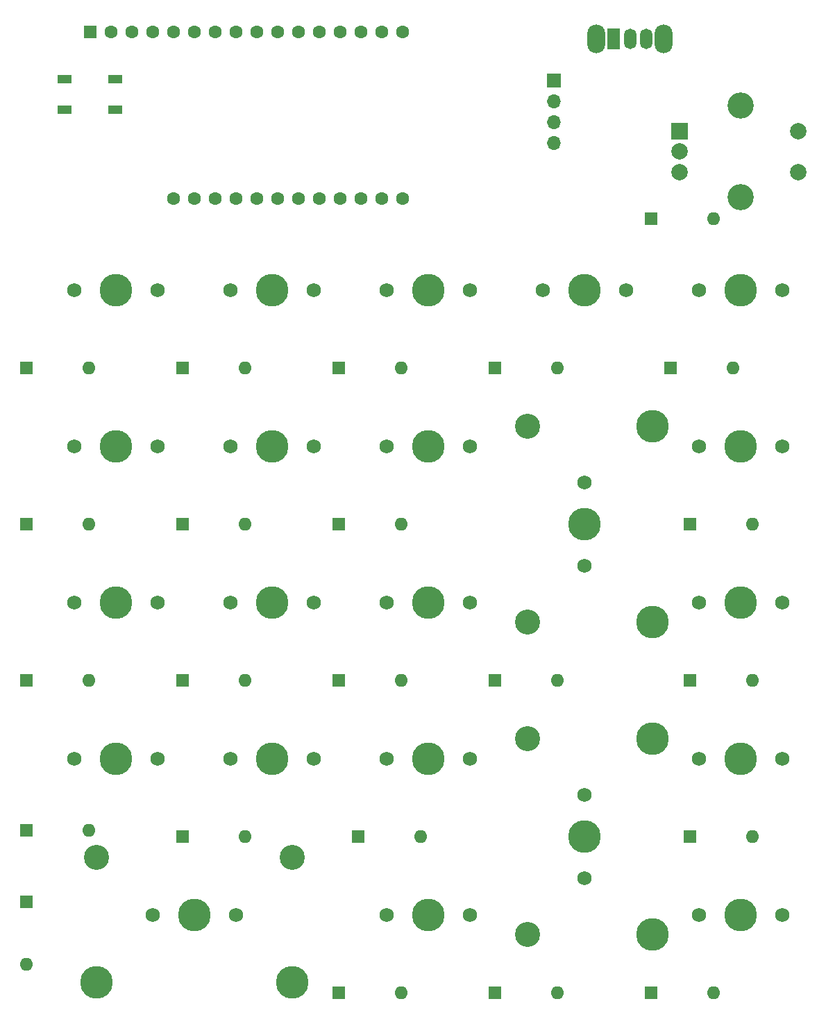
<source format=gts>
G04 #@! TF.GenerationSoftware,KiCad,Pcbnew,(6.0.8)*
G04 #@! TF.CreationDate,2022-10-30T18:54:34+01:00*
G04 #@! TF.ProjectId,Project-macropad-V2,50726f6a-6563-4742-9d6d-6163726f7061,rev?*
G04 #@! TF.SameCoordinates,Original*
G04 #@! TF.FileFunction,Soldermask,Top*
G04 #@! TF.FilePolarity,Negative*
%FSLAX46Y46*%
G04 Gerber Fmt 4.6, Leading zero omitted, Abs format (unit mm)*
G04 Created by KiCad (PCBNEW (6.0.8)) date 2022-10-30 18:54:34*
%MOMM*%
%LPD*%
G01*
G04 APERTURE LIST*
%ADD10C,1.750000*%
%ADD11C,3.987800*%
%ADD12R,1.600000X1.600000*%
%ADD13O,1.600000X1.600000*%
%ADD14R,1.700000X1.700000*%
%ADD15O,1.700000X1.700000*%
%ADD16C,3.048000*%
%ADD17R,2.000000X2.000000*%
%ADD18C,2.000000*%
%ADD19C,3.200000*%
%ADD20O,1.500000X2.500000*%
%ADD21R,1.500000X2.500000*%
%ADD22O,2.200000X3.500000*%
%ADD23C,1.600000*%
%ADD24R,1.800000X1.100000*%
G04 APERTURE END LIST*
D10*
G04 #@! TO.C,MX6*
X134620000Y-57150000D03*
D11*
X139700000Y-57150000D03*
D10*
X144780000Y-57150000D03*
G04 #@! TD*
D12*
G04 #@! TO.C,D13*
X150177500Y-123825000D03*
D13*
X157797500Y-123825000D03*
G04 #@! TD*
D14*
G04 #@! TO.C,J1*
X174079000Y-31611000D03*
D15*
X174079000Y-34151000D03*
X174079000Y-36691000D03*
X174079000Y-39231000D03*
G04 #@! TD*
D10*
G04 #@! TO.C,MX18*
X191770000Y-57150000D03*
X201930000Y-57150000D03*
D11*
X196850000Y-57150000D03*
G04 #@! TD*
D13*
G04 #@! TO.C,D4*
X117316250Y-123031250D03*
D12*
X109696250Y-123031250D03*
G04 #@! TD*
D16*
G04 #@! TO.C,MX16*
X170815000Y-97663000D03*
D10*
X177800000Y-80645000D03*
D16*
X170815000Y-73787000D03*
D11*
X177800000Y-85725000D03*
X186055000Y-73787000D03*
X186055000Y-97663000D03*
D10*
X177800000Y-90805000D03*
G04 #@! TD*
D11*
G04 #@! TO.C,MX20*
X196850000Y-95250000D03*
D10*
X191770000Y-95250000D03*
X201930000Y-95250000D03*
G04 #@! TD*
G04 #@! TO.C,MX1*
X125730000Y-57150000D03*
X115570000Y-57150000D03*
D11*
X120650000Y-57150000D03*
G04 #@! TD*
D10*
G04 #@! TO.C,MX13*
X153670000Y-114300000D03*
D11*
X158750000Y-114300000D03*
D10*
X163830000Y-114300000D03*
G04 #@! TD*
D12*
G04 #@! TO.C,D11*
X147796250Y-85725000D03*
D13*
X155416250Y-85725000D03*
G04 #@! TD*
D11*
G04 #@! TO.C,MX17*
X186055000Y-111887000D03*
X186055000Y-135763000D03*
X177800000Y-123825000D03*
D10*
X177800000Y-128905000D03*
X177800000Y-118745000D03*
D16*
X170815000Y-135763000D03*
X170815000Y-111887000D03*
G04 #@! TD*
D13*
G04 #@! TO.C,D3*
X117316250Y-104775000D03*
D12*
X109696250Y-104775000D03*
G04 #@! TD*
G04 #@! TO.C,D7*
X128746250Y-85725000D03*
D13*
X136366250Y-85725000D03*
G04 #@! TD*
D10*
G04 #@! TO.C,MX7*
X144780000Y-76200000D03*
D11*
X139700000Y-76200000D03*
D10*
X134620000Y-76200000D03*
G04 #@! TD*
D11*
G04 #@! TO.C,MX10*
X158750000Y-57150000D03*
D10*
X163830000Y-57150000D03*
X153670000Y-57150000D03*
G04 #@! TD*
G04 #@! TO.C,MX14*
X163830000Y-133350000D03*
D11*
X158750000Y-133350000D03*
D10*
X153670000Y-133350000D03*
G04 #@! TD*
D12*
G04 #@! TO.C,D14*
X147796250Y-142875000D03*
D13*
X155416250Y-142875000D03*
G04 #@! TD*
D12*
G04 #@! TO.C,D19*
X190658750Y-85725000D03*
D13*
X198278750Y-85725000D03*
G04 #@! TD*
D12*
G04 #@! TO.C,D9*
X128746250Y-123825000D03*
D13*
X136366250Y-123825000D03*
G04 #@! TD*
G04 #@! TO.C,D1*
X117316250Y-66675000D03*
D12*
X109696250Y-66675000D03*
G04 #@! TD*
G04 #@! TO.C,D5*
X109696250Y-131762500D03*
D13*
X109696250Y-139382500D03*
G04 #@! TD*
D10*
G04 #@! TO.C,MX11*
X163830000Y-76200000D03*
D11*
X158750000Y-76200000D03*
D10*
X153670000Y-76200000D03*
G04 #@! TD*
D17*
G04 #@! TO.C,SW1*
X189366798Y-37748048D03*
D18*
X189366798Y-42748048D03*
X189366798Y-40248048D03*
D19*
X196866798Y-45848048D03*
X196866798Y-34648048D03*
D18*
X203866798Y-42748048D03*
X203866798Y-37748048D03*
G04 #@! TD*
D12*
G04 #@! TO.C,D12*
X147796250Y-104775000D03*
D13*
X155416250Y-104775000D03*
G04 #@! TD*
D20*
G04 #@! TO.C,SW3*
X185356250Y-26491250D03*
X183356250Y-26491250D03*
D21*
X181356250Y-26491250D03*
D22*
X187456250Y-26491250D03*
X179256250Y-26491250D03*
G04 #@! TD*
D12*
G04 #@! TO.C,A1*
X117475000Y-25666250D03*
D23*
X120015000Y-25666250D03*
X122555000Y-25666250D03*
X125095000Y-25666250D03*
X127635000Y-25666250D03*
X130175000Y-25666250D03*
X132715000Y-25666250D03*
X135255000Y-25666250D03*
X137795000Y-25666250D03*
X140335000Y-25666250D03*
X142875000Y-25666250D03*
X145415000Y-25666250D03*
X147955000Y-25666250D03*
X150495000Y-25666250D03*
X153035000Y-25666250D03*
X155575000Y-25666250D03*
X155575000Y-45986250D03*
X153035000Y-45986250D03*
X150495000Y-45986250D03*
X147955000Y-45986250D03*
X145415000Y-45986250D03*
X142875000Y-45986250D03*
X140335000Y-45986250D03*
X137795000Y-45986250D03*
X135255000Y-45986250D03*
X132715000Y-45986250D03*
X130175000Y-45986250D03*
X127635000Y-45986250D03*
G04 #@! TD*
D10*
G04 #@! TO.C,MX3*
X115570000Y-95250000D03*
D11*
X120650000Y-95250000D03*
D10*
X125730000Y-95250000D03*
G04 #@! TD*
D24*
G04 #@! TO.C,SW2*
X114375000Y-31424000D03*
X120575000Y-35124000D03*
X114375000Y-35124000D03*
X120575000Y-31424000D03*
G04 #@! TD*
D13*
G04 #@! TO.C,D23*
X193516250Y-48418750D03*
D12*
X185896250Y-48418750D03*
G04 #@! TD*
G04 #@! TO.C,D10*
X147796250Y-66675000D03*
D13*
X155416250Y-66675000D03*
G04 #@! TD*
D11*
G04 #@! TO.C,MX9*
X139700000Y-114300000D03*
D10*
X134620000Y-114300000D03*
X144780000Y-114300000D03*
G04 #@! TD*
D12*
G04 #@! TO.C,D22*
X185896250Y-142875000D03*
D13*
X193516250Y-142875000D03*
G04 #@! TD*
D12*
G04 #@! TO.C,D20*
X190658750Y-104775000D03*
D13*
X198278750Y-104775000D03*
G04 #@! TD*
D10*
G04 #@! TO.C,MX19*
X201930000Y-76200000D03*
X191770000Y-76200000D03*
D11*
X196850000Y-76200000D03*
G04 #@! TD*
G04 #@! TO.C,MX22*
X196850000Y-133350000D03*
D10*
X201930000Y-133350000D03*
X191770000Y-133350000D03*
G04 #@! TD*
G04 #@! TO.C,MX2*
X115570000Y-76200000D03*
D11*
X120650000Y-76200000D03*
D10*
X125730000Y-76200000D03*
G04 #@! TD*
D11*
G04 #@! TO.C,MX15*
X177800000Y-57150000D03*
D10*
X182880000Y-57150000D03*
X172720000Y-57150000D03*
G04 #@! TD*
D12*
G04 #@! TO.C,D6*
X128746250Y-66675000D03*
D13*
X136366250Y-66675000D03*
G04 #@! TD*
D12*
G04 #@! TO.C,D8*
X128746250Y-104775000D03*
D13*
X136366250Y-104775000D03*
G04 #@! TD*
D10*
G04 #@! TO.C,MX4*
X115570000Y-114300000D03*
D11*
X120650000Y-114300000D03*
D10*
X125730000Y-114300000D03*
G04 #@! TD*
D12*
G04 #@! TO.C,D15*
X166846250Y-66675000D03*
D13*
X174466250Y-66675000D03*
G04 #@! TD*
D11*
G04 #@! TO.C,MX8*
X139700000Y-95250000D03*
D10*
X134620000Y-95250000D03*
X144780000Y-95250000D03*
G04 #@! TD*
D12*
G04 #@! TO.C,D16*
X166846250Y-104775000D03*
D13*
X174466250Y-104775000D03*
G04 #@! TD*
D16*
G04 #@! TO.C,MX5*
X142113000Y-126365000D03*
D11*
X118237000Y-141605000D03*
D10*
X125095000Y-133350000D03*
X135255000Y-133350000D03*
D11*
X130175000Y-133350000D03*
X142113000Y-141605000D03*
D16*
X118237000Y-126365000D03*
G04 #@! TD*
D10*
G04 #@! TO.C,MX21*
X201930000Y-114300000D03*
D11*
X196850000Y-114300000D03*
D10*
X191770000Y-114300000D03*
G04 #@! TD*
D12*
G04 #@! TO.C,D17*
X166846250Y-142875000D03*
D13*
X174466250Y-142875000D03*
G04 #@! TD*
G04 #@! TO.C,D2*
X117316250Y-85725000D03*
D12*
X109696250Y-85725000D03*
G04 #@! TD*
D10*
G04 #@! TO.C,MX12*
X163830000Y-95250000D03*
X153670000Y-95250000D03*
D11*
X158750000Y-95250000D03*
G04 #@! TD*
D12*
G04 #@! TO.C,D18*
X188277500Y-66675000D03*
D13*
X195897500Y-66675000D03*
G04 #@! TD*
G04 #@! TO.C,D21*
X198278750Y-123825000D03*
D12*
X190658750Y-123825000D03*
G04 #@! TD*
M02*

</source>
